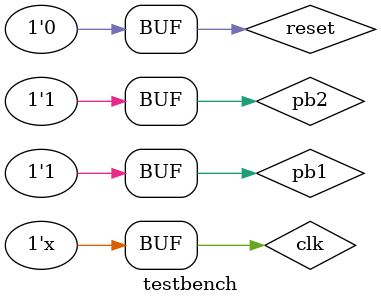
<source format=v>
module testbench();

//Inputs
reg clk,reset;
reg pb1,pb2;  //push-botton inputs

//Outputs
wire 	output1, output2;
wire [6:0] 	seven_segment;

// Instantiate the Design Under Test (DUT)
gear DUT (.clk(clk),.reset(reset),.gear_up(pb1),.gear_down(pb2),.out1(output1),.out2(output2),.seven_seg(seven_segment));

 initial 
	  begin
	  clk = 0;
	  reset = 0;
	  pb1 = 0;
	  pb2 = 0;
	  reset = 1;#10;
	  reset = 0;
	  
	  pb1 = 0;#50;
	  pb1 = 1;#50;
	  pb1 = 0;#50;
	  pb1 = 1;#50;
	  
	  pb2 = 0;#50;
	  pb2 = 1;#50;
	  pb2 = 0;#50;
	  pb2 = 1;#50;
	  end 

  //Clock 
 always 
  begin
   #5 clk = ~clk;
  end

endmodule 
</source>
